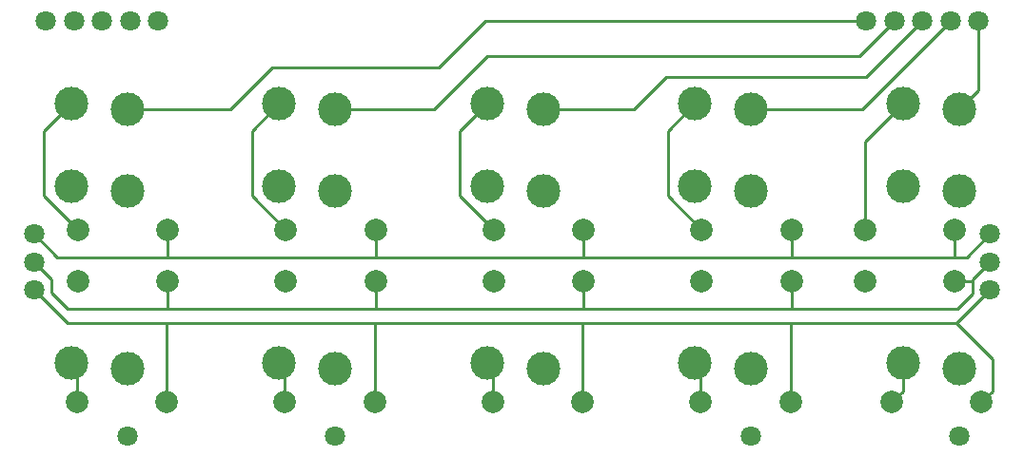
<source format=gtl>
G04 #@! TF.FileFunction,Copper,L1,Top,Signal*
%FSLAX46Y46*%
G04 Gerber Fmt 4.6, Leading zero omitted, Abs format (unit mm)*
G04 Created by KiCad (PCBNEW 4.0.1-stable) date Monday, April 18, 2016 'PMt' 04:19:38 PM*
%MOMM*%
G01*
G04 APERTURE LIST*
%ADD10C,0.100000*%
%ADD11C,1.800000*%
%ADD12C,2.000000*%
%ADD13C,3.000000*%
%ADD14C,0.250000*%
G04 APERTURE END LIST*
D10*
D11*
X84250000Y-40000000D03*
X65750000Y-40000000D03*
X28750000Y-40000000D03*
X10250000Y-40000000D03*
X86000000Y-3000000D03*
X83500000Y-3000000D03*
X81000000Y-3000000D03*
X78500000Y-3000000D03*
X76000000Y-3000000D03*
X13000000Y-3000000D03*
X10500000Y-3000000D03*
X8000000Y-3000000D03*
X5500000Y-3000000D03*
X3000000Y-3000000D03*
D12*
X5850000Y-26200000D03*
X5850000Y-21600000D03*
X13850000Y-21600000D03*
X13850000Y-26200000D03*
X75850000Y-26200000D03*
X61350000Y-26200000D03*
X42850000Y-26200000D03*
X24350000Y-26200000D03*
X83850000Y-26200000D03*
X69350000Y-26200000D03*
X50850000Y-26200000D03*
X32350000Y-26200000D03*
X83850000Y-21599999D03*
X69350000Y-21600000D03*
X50850000Y-21600000D03*
X32350000Y-21600000D03*
X75850000Y-21600000D03*
X61350000Y-21600000D03*
X42850000Y-21600000D03*
X24350000Y-21600000D03*
D11*
X87000000Y-22000000D03*
X87000000Y-24500000D03*
X2000000Y-22000000D03*
X2000000Y-24500000D03*
D12*
X86250000Y-37000000D03*
X78250000Y-37000000D03*
X61250000Y-37000000D03*
X42750000Y-37000000D03*
X24250000Y-37000000D03*
X69250000Y-37000000D03*
X50750000Y-37000000D03*
X32250000Y-37000000D03*
D13*
X84250000Y-34000000D03*
X65750000Y-34000000D03*
X47250000Y-34000000D03*
X28750000Y-34000000D03*
X79250000Y-33500000D03*
X60750000Y-33500000D03*
X42250000Y-33500000D03*
X23750000Y-33500000D03*
X84250000Y-18200000D03*
X65750000Y-18200000D03*
X47250000Y-18200000D03*
X28750000Y-18200000D03*
X79250000Y-17700000D03*
X60750000Y-17700000D03*
X42250000Y-17700000D03*
X23750000Y-17700000D03*
X79250000Y-10400000D03*
X60750000Y-10400000D03*
X42250000Y-10400000D03*
X23750000Y-10400000D03*
X84250000Y-10900000D03*
X65750000Y-10900000D03*
X47250000Y-10900000D03*
X28750000Y-10900000D03*
X5250000Y-10400000D03*
X5250000Y-17700000D03*
X10250000Y-10900000D03*
X10250000Y-18200000D03*
X10250000Y-34000000D03*
D12*
X13750000Y-37000000D03*
X5750000Y-37000000D03*
D13*
X5250000Y-33500000D03*
D11*
X87000000Y-27000000D03*
X2000000Y-27000000D03*
D14*
X86250000Y-37000000D02*
X87249999Y-36000001D01*
X87249999Y-36000001D02*
X87249999Y-33149999D01*
X87249999Y-33149999D02*
X84050000Y-29950000D01*
X50800000Y-29950000D02*
X69200000Y-29950000D01*
X69200000Y-29950000D02*
X84050000Y-29950000D01*
X69250000Y-37000000D02*
X69250000Y-30000000D01*
X69250000Y-30000000D02*
X69200000Y-29950000D01*
X32200000Y-29950000D02*
X50800000Y-29950000D01*
X50750000Y-37000000D02*
X50750000Y-30000000D01*
X50750000Y-30000000D02*
X50800000Y-29950000D01*
X13800000Y-29950000D02*
X32200000Y-29950000D01*
X32250000Y-37000000D02*
X32250000Y-30000000D01*
X32250000Y-30000000D02*
X32200000Y-29950000D01*
X4950000Y-29950000D02*
X13800000Y-29950000D01*
X13750000Y-37000000D02*
X13750000Y-30000000D01*
X13750000Y-30000000D02*
X13800000Y-29950000D01*
X13850000Y-24050000D02*
X4050000Y-24050000D01*
X4050000Y-24050000D02*
X2000000Y-22000000D01*
X42100000Y-3000000D02*
X76000000Y-3000000D01*
X37950000Y-7150000D02*
X42100000Y-3000000D01*
X23150000Y-7150000D02*
X37950000Y-7150000D01*
X19400000Y-10900000D02*
X23150000Y-7150000D01*
X10250000Y-10900000D02*
X19400000Y-10900000D01*
X42300000Y-6150000D02*
X75350000Y-6150000D01*
X75350000Y-6150000D02*
X78500000Y-3000000D01*
X37550000Y-10900000D02*
X42300000Y-6150000D01*
X28750000Y-10900000D02*
X37550000Y-10900000D01*
X58200000Y-8000000D02*
X76000000Y-8000000D01*
X76000000Y-8000000D02*
X81000000Y-3000000D01*
X55300000Y-10900000D02*
X58200000Y-8000000D01*
X47250000Y-10900000D02*
X55300000Y-10900000D01*
X65750000Y-10900000D02*
X75600000Y-10900000D01*
X75600000Y-10900000D02*
X83500000Y-3000000D01*
X84250000Y-10900000D02*
X86000000Y-9150000D01*
X86000000Y-9150000D02*
X86000000Y-3000000D01*
X13850000Y-24050000D02*
X83850000Y-24050000D01*
X83850000Y-24050000D02*
X84950000Y-24050000D01*
X83850000Y-21599999D02*
X83850000Y-23014212D01*
X83850000Y-23014212D02*
X83850000Y-24050000D01*
X85500000Y-26000000D02*
X85500000Y-26200000D01*
X85500000Y-26200000D02*
X85500000Y-27300000D01*
X83850000Y-26200000D02*
X85500000Y-26200000D01*
X87000000Y-24500000D02*
X85500000Y-26000000D01*
X85500000Y-27300000D02*
X84100000Y-28700000D01*
X84100000Y-28700000D02*
X13850000Y-28700000D01*
X79250000Y-10400000D02*
X75850000Y-13800000D01*
X75850000Y-13800000D02*
X75850000Y-21600000D01*
X5250000Y-10400000D02*
X2850000Y-12800000D01*
X2850000Y-12800000D02*
X2850000Y-18600000D01*
X2850000Y-18600000D02*
X5850000Y-21600000D01*
X13850000Y-21600000D02*
X13850000Y-23014213D01*
X13850000Y-23014213D02*
X13850000Y-24050000D01*
X13850000Y-26200000D02*
X13850000Y-27614213D01*
X13850000Y-27614213D02*
X13850000Y-28700000D01*
X69350000Y-27614213D02*
X69350000Y-28700000D01*
X50850000Y-27614213D02*
X50850000Y-28700000D01*
X32350000Y-27614213D02*
X32350000Y-28700000D01*
X69350000Y-26200000D02*
X69350000Y-27614213D01*
X50850000Y-26200000D02*
X50850000Y-27614213D01*
X32350000Y-26200000D02*
X32350000Y-27614213D01*
X69350000Y-23014213D02*
X69350000Y-24050000D01*
X50850000Y-23014213D02*
X50850000Y-24050000D01*
X32350000Y-23014213D02*
X32350000Y-24050000D01*
X69350000Y-21600000D02*
X69350000Y-23014213D01*
X50850000Y-21600000D02*
X50850000Y-23014213D01*
X32350000Y-21600000D02*
X32350000Y-23014213D01*
X58350000Y-18600000D02*
X61350000Y-21600000D01*
X39850000Y-18600000D02*
X42850000Y-21600000D01*
X21350000Y-18600000D02*
X24350000Y-21600000D01*
X58350000Y-12800000D02*
X58350000Y-18600000D01*
X39850000Y-12800000D02*
X39850000Y-18600000D01*
X21350000Y-12800000D02*
X21350000Y-18600000D01*
X60750000Y-10400000D02*
X58350000Y-12800000D01*
X42250000Y-10400000D02*
X39850000Y-12800000D01*
X23750000Y-10400000D02*
X21350000Y-12800000D01*
X13850000Y-28700000D02*
X4950000Y-28700000D01*
X84950000Y-24050000D02*
X87000000Y-22000000D01*
X4950000Y-28700000D02*
X3500000Y-27250000D01*
X3500000Y-26000000D02*
X2000000Y-24500000D01*
X3500000Y-27250000D02*
X3500000Y-26000000D01*
X2000000Y-27000000D02*
X4950000Y-29950000D01*
X84050000Y-29950000D02*
X87000000Y-27000000D01*
X79250000Y-33500000D02*
X79249999Y-36000001D01*
X79249999Y-36000001D02*
X78250000Y-37000000D01*
X61250000Y-34000000D02*
X60750000Y-33500000D01*
X42750000Y-34000000D02*
X42250000Y-33500000D01*
X24250000Y-34000000D02*
X23750000Y-33500000D01*
X61250000Y-37000000D02*
X61250000Y-34000000D01*
X42750000Y-37000000D02*
X42750000Y-34000000D01*
X24250000Y-37000000D02*
X24250000Y-34000000D01*
X5750000Y-37000000D02*
X5750000Y-34000000D01*
X5750000Y-34000000D02*
X5250000Y-33500000D01*
M02*

</source>
